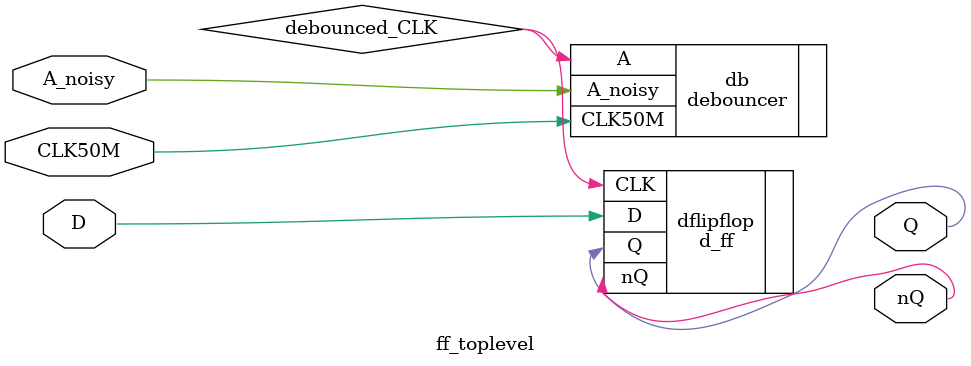
<source format=sv>
module ff_toplevel(
	input logic A_noisy, CLK50M, D,
	output logic Q, nQ
);

	logic debounced_CLK;
	
	debouncer db(.A_noisy(A_noisy),	// noisy clock input to debouncer
					 .CLK50M(CLK50M),		// Actually taking the 50 Megahurtz (helps with button push)
					 .A(debounced_CLK)	// output of debouncer is debounced clock
	);
	
	d_ff dflipflop(.CLK(debounced_CLK), .D(D), .Q(Q), .nQ(nQ));
	
endmodule

</source>
